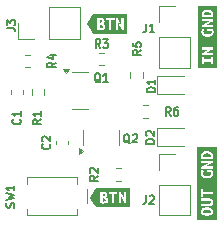
<source format=gbr>
%TF.GenerationSoftware,KiCad,Pcbnew,8.0.1*%
%TF.CreationDate,2024-05-12T21:11:42+05:30*%
%TF.ProjectId,PBSEQ-D2,50425345-512d-4443-922e-6b696361645f,0.1*%
%TF.SameCoordinates,Original*%
%TF.FileFunction,Legend,Top*%
%TF.FilePolarity,Positive*%
%FSLAX46Y46*%
G04 Gerber Fmt 4.6, Leading zero omitted, Abs format (unit mm)*
G04 Created by KiCad (PCBNEW 8.0.1) date 2024-05-12 21:11:42*
%MOMM*%
%LPD*%
G01*
G04 APERTURE LIST*
%ADD10C,0.150000*%
%ADD11C,0.000000*%
%ADD12C,0.120000*%
G04 APERTURE END LIST*
D10*
X138678333Y-95451033D02*
X138445000Y-95117700D01*
X138278333Y-95451033D02*
X138278333Y-94751033D01*
X138278333Y-94751033D02*
X138545000Y-94751033D01*
X138545000Y-94751033D02*
X138611667Y-94784366D01*
X138611667Y-94784366D02*
X138645000Y-94817700D01*
X138645000Y-94817700D02*
X138678333Y-94884366D01*
X138678333Y-94884366D02*
X138678333Y-94984366D01*
X138678333Y-94984366D02*
X138645000Y-95051033D01*
X138645000Y-95051033D02*
X138611667Y-95084366D01*
X138611667Y-95084366D02*
X138545000Y-95117700D01*
X138545000Y-95117700D02*
X138278333Y-95117700D01*
X138911667Y-94751033D02*
X139345000Y-94751033D01*
X139345000Y-94751033D02*
X139111667Y-95017700D01*
X139111667Y-95017700D02*
X139211667Y-95017700D01*
X139211667Y-95017700D02*
X139278333Y-95051033D01*
X139278333Y-95051033D02*
X139311667Y-95084366D01*
X139311667Y-95084366D02*
X139345000Y-95151033D01*
X139345000Y-95151033D02*
X139345000Y-95317700D01*
X139345000Y-95317700D02*
X139311667Y-95384366D01*
X139311667Y-95384366D02*
X139278333Y-95417700D01*
X139278333Y-95417700D02*
X139211667Y-95451033D01*
X139211667Y-95451033D02*
X139011667Y-95451033D01*
X139011667Y-95451033D02*
X138945000Y-95417700D01*
X138945000Y-95417700D02*
X138911667Y-95384366D01*
X142126033Y-95646666D02*
X141792700Y-95879999D01*
X142126033Y-96046666D02*
X141426033Y-96046666D01*
X141426033Y-96046666D02*
X141426033Y-95779999D01*
X141426033Y-95779999D02*
X141459366Y-95713333D01*
X141459366Y-95713333D02*
X141492700Y-95679999D01*
X141492700Y-95679999D02*
X141559366Y-95646666D01*
X141559366Y-95646666D02*
X141659366Y-95646666D01*
X141659366Y-95646666D02*
X141726033Y-95679999D01*
X141726033Y-95679999D02*
X141759366Y-95713333D01*
X141759366Y-95713333D02*
X141792700Y-95779999D01*
X141792700Y-95779999D02*
X141792700Y-96046666D01*
X141426033Y-95013333D02*
X141426033Y-95346666D01*
X141426033Y-95346666D02*
X141759366Y-95379999D01*
X141759366Y-95379999D02*
X141726033Y-95346666D01*
X141726033Y-95346666D02*
X141692700Y-95279999D01*
X141692700Y-95279999D02*
X141692700Y-95113333D01*
X141692700Y-95113333D02*
X141726033Y-95046666D01*
X141726033Y-95046666D02*
X141759366Y-95013333D01*
X141759366Y-95013333D02*
X141826033Y-94979999D01*
X141826033Y-94979999D02*
X141992700Y-94979999D01*
X141992700Y-94979999D02*
X142059366Y-95013333D01*
X142059366Y-95013333D02*
X142092700Y-95046666D01*
X142092700Y-95046666D02*
X142126033Y-95113333D01*
X142126033Y-95113333D02*
X142126033Y-95279999D01*
X142126033Y-95279999D02*
X142092700Y-95346666D01*
X142092700Y-95346666D02*
X142059366Y-95379999D01*
X130778533Y-93803333D02*
X131278533Y-93803333D01*
X131278533Y-93803333D02*
X131378533Y-93836666D01*
X131378533Y-93836666D02*
X131445200Y-93903333D01*
X131445200Y-93903333D02*
X131478533Y-94003333D01*
X131478533Y-94003333D02*
X131478533Y-94070000D01*
X130778533Y-93536667D02*
X130778533Y-93103333D01*
X130778533Y-93103333D02*
X131045200Y-93336667D01*
X131045200Y-93336667D02*
X131045200Y-93236667D01*
X131045200Y-93236667D02*
X131078533Y-93170000D01*
X131078533Y-93170000D02*
X131111866Y-93136667D01*
X131111866Y-93136667D02*
X131178533Y-93103333D01*
X131178533Y-93103333D02*
X131345200Y-93103333D01*
X131345200Y-93103333D02*
X131411866Y-93136667D01*
X131411866Y-93136667D02*
X131445200Y-93170000D01*
X131445200Y-93170000D02*
X131478533Y-93236667D01*
X131478533Y-93236667D02*
X131478533Y-93436667D01*
X131478533Y-93436667D02*
X131445200Y-93503333D01*
X131445200Y-93503333D02*
X131411866Y-93536667D01*
X142546666Y-93456033D02*
X142546666Y-93956033D01*
X142546666Y-93956033D02*
X142513333Y-94056033D01*
X142513333Y-94056033D02*
X142446666Y-94122700D01*
X142446666Y-94122700D02*
X142346666Y-94156033D01*
X142346666Y-94156033D02*
X142280000Y-94156033D01*
X143246666Y-94156033D02*
X142846666Y-94156033D01*
X143046666Y-94156033D02*
X143046666Y-93456033D01*
X143046666Y-93456033D02*
X142979999Y-93556033D01*
X142979999Y-93556033D02*
X142913333Y-93622700D01*
X142913333Y-93622700D02*
X142846666Y-93656033D01*
X138688333Y-98388700D02*
X138621666Y-98355366D01*
X138621666Y-98355366D02*
X138555000Y-98288700D01*
X138555000Y-98288700D02*
X138455000Y-98188700D01*
X138455000Y-98188700D02*
X138388333Y-98155366D01*
X138388333Y-98155366D02*
X138321666Y-98155366D01*
X138355000Y-98322033D02*
X138288333Y-98288700D01*
X138288333Y-98288700D02*
X138221666Y-98222033D01*
X138221666Y-98222033D02*
X138188333Y-98088700D01*
X138188333Y-98088700D02*
X138188333Y-97855366D01*
X138188333Y-97855366D02*
X138221666Y-97722033D01*
X138221666Y-97722033D02*
X138288333Y-97655366D01*
X138288333Y-97655366D02*
X138355000Y-97622033D01*
X138355000Y-97622033D02*
X138488333Y-97622033D01*
X138488333Y-97622033D02*
X138555000Y-97655366D01*
X138555000Y-97655366D02*
X138621666Y-97722033D01*
X138621666Y-97722033D02*
X138655000Y-97855366D01*
X138655000Y-97855366D02*
X138655000Y-98088700D01*
X138655000Y-98088700D02*
X138621666Y-98222033D01*
X138621666Y-98222033D02*
X138555000Y-98288700D01*
X138555000Y-98288700D02*
X138488333Y-98322033D01*
X138488333Y-98322033D02*
X138355000Y-98322033D01*
X139321666Y-98322033D02*
X138921666Y-98322033D01*
X139121666Y-98322033D02*
X139121666Y-97622033D01*
X139121666Y-97622033D02*
X139054999Y-97722033D01*
X139054999Y-97722033D02*
X138988333Y-97788700D01*
X138988333Y-97788700D02*
X138921666Y-97822033D01*
X143306033Y-99216666D02*
X142606033Y-99216666D01*
X142606033Y-99216666D02*
X142606033Y-99049999D01*
X142606033Y-99049999D02*
X142639366Y-98949999D01*
X142639366Y-98949999D02*
X142706033Y-98883333D01*
X142706033Y-98883333D02*
X142772700Y-98849999D01*
X142772700Y-98849999D02*
X142906033Y-98816666D01*
X142906033Y-98816666D02*
X143006033Y-98816666D01*
X143006033Y-98816666D02*
X143139366Y-98849999D01*
X143139366Y-98849999D02*
X143206033Y-98883333D01*
X143206033Y-98883333D02*
X143272700Y-98949999D01*
X143272700Y-98949999D02*
X143306033Y-99049999D01*
X143306033Y-99049999D02*
X143306033Y-99216666D01*
X143306033Y-98149999D02*
X143306033Y-98549999D01*
X143306033Y-98349999D02*
X142606033Y-98349999D01*
X142606033Y-98349999D02*
X142706033Y-98416666D01*
X142706033Y-98416666D02*
X142772700Y-98483333D01*
X142772700Y-98483333D02*
X142806033Y-98549999D01*
X138471033Y-106311666D02*
X138137700Y-106544999D01*
X138471033Y-106711666D02*
X137771033Y-106711666D01*
X137771033Y-106711666D02*
X137771033Y-106444999D01*
X137771033Y-106444999D02*
X137804366Y-106378333D01*
X137804366Y-106378333D02*
X137837700Y-106344999D01*
X137837700Y-106344999D02*
X137904366Y-106311666D01*
X137904366Y-106311666D02*
X138004366Y-106311666D01*
X138004366Y-106311666D02*
X138071033Y-106344999D01*
X138071033Y-106344999D02*
X138104366Y-106378333D01*
X138104366Y-106378333D02*
X138137700Y-106444999D01*
X138137700Y-106444999D02*
X138137700Y-106711666D01*
X137837700Y-106044999D02*
X137804366Y-106011666D01*
X137804366Y-106011666D02*
X137771033Y-105944999D01*
X137771033Y-105944999D02*
X137771033Y-105778333D01*
X137771033Y-105778333D02*
X137804366Y-105711666D01*
X137804366Y-105711666D02*
X137837700Y-105678333D01*
X137837700Y-105678333D02*
X137904366Y-105644999D01*
X137904366Y-105644999D02*
X137971033Y-105644999D01*
X137971033Y-105644999D02*
X138071033Y-105678333D01*
X138071033Y-105678333D02*
X138471033Y-106078333D01*
X138471033Y-106078333D02*
X138471033Y-105644999D01*
X144623333Y-101196033D02*
X144390000Y-100862700D01*
X144223333Y-101196033D02*
X144223333Y-100496033D01*
X144223333Y-100496033D02*
X144490000Y-100496033D01*
X144490000Y-100496033D02*
X144556667Y-100529366D01*
X144556667Y-100529366D02*
X144590000Y-100562700D01*
X144590000Y-100562700D02*
X144623333Y-100629366D01*
X144623333Y-100629366D02*
X144623333Y-100729366D01*
X144623333Y-100729366D02*
X144590000Y-100796033D01*
X144590000Y-100796033D02*
X144556667Y-100829366D01*
X144556667Y-100829366D02*
X144490000Y-100862700D01*
X144490000Y-100862700D02*
X144223333Y-100862700D01*
X145223333Y-100496033D02*
X145090000Y-100496033D01*
X145090000Y-100496033D02*
X145023333Y-100529366D01*
X145023333Y-100529366D02*
X144990000Y-100562700D01*
X144990000Y-100562700D02*
X144923333Y-100662700D01*
X144923333Y-100662700D02*
X144890000Y-100796033D01*
X144890000Y-100796033D02*
X144890000Y-101062700D01*
X144890000Y-101062700D02*
X144923333Y-101129366D01*
X144923333Y-101129366D02*
X144956667Y-101162700D01*
X144956667Y-101162700D02*
X145023333Y-101196033D01*
X145023333Y-101196033D02*
X145156667Y-101196033D01*
X145156667Y-101196033D02*
X145223333Y-101162700D01*
X145223333Y-101162700D02*
X145256667Y-101129366D01*
X145256667Y-101129366D02*
X145290000Y-101062700D01*
X145290000Y-101062700D02*
X145290000Y-100896033D01*
X145290000Y-100896033D02*
X145256667Y-100829366D01*
X145256667Y-100829366D02*
X145223333Y-100796033D01*
X145223333Y-100796033D02*
X145156667Y-100762700D01*
X145156667Y-100762700D02*
X145023333Y-100762700D01*
X145023333Y-100762700D02*
X144956667Y-100796033D01*
X144956667Y-100796033D02*
X144923333Y-100829366D01*
X144923333Y-100829366D02*
X144890000Y-100896033D01*
X142546666Y-107956033D02*
X142546666Y-108456033D01*
X142546666Y-108456033D02*
X142513333Y-108556033D01*
X142513333Y-108556033D02*
X142446666Y-108622700D01*
X142446666Y-108622700D02*
X142346666Y-108656033D01*
X142346666Y-108656033D02*
X142280000Y-108656033D01*
X142846666Y-108022700D02*
X142879999Y-107989366D01*
X142879999Y-107989366D02*
X142946666Y-107956033D01*
X142946666Y-107956033D02*
X143113333Y-107956033D01*
X143113333Y-107956033D02*
X143179999Y-107989366D01*
X143179999Y-107989366D02*
X143213333Y-108022700D01*
X143213333Y-108022700D02*
X143246666Y-108089366D01*
X143246666Y-108089366D02*
X143246666Y-108156033D01*
X143246666Y-108156033D02*
X143213333Y-108256033D01*
X143213333Y-108256033D02*
X142813333Y-108656033D01*
X142813333Y-108656033D02*
X143246666Y-108656033D01*
X143246033Y-103566666D02*
X142546033Y-103566666D01*
X142546033Y-103566666D02*
X142546033Y-103399999D01*
X142546033Y-103399999D02*
X142579366Y-103299999D01*
X142579366Y-103299999D02*
X142646033Y-103233333D01*
X142646033Y-103233333D02*
X142712700Y-103199999D01*
X142712700Y-103199999D02*
X142846033Y-103166666D01*
X142846033Y-103166666D02*
X142946033Y-103166666D01*
X142946033Y-103166666D02*
X143079366Y-103199999D01*
X143079366Y-103199999D02*
X143146033Y-103233333D01*
X143146033Y-103233333D02*
X143212700Y-103299999D01*
X143212700Y-103299999D02*
X143246033Y-103399999D01*
X143246033Y-103399999D02*
X143246033Y-103566666D01*
X142612700Y-102899999D02*
X142579366Y-102866666D01*
X142579366Y-102866666D02*
X142546033Y-102799999D01*
X142546033Y-102799999D02*
X142546033Y-102633333D01*
X142546033Y-102633333D02*
X142579366Y-102566666D01*
X142579366Y-102566666D02*
X142612700Y-102533333D01*
X142612700Y-102533333D02*
X142679366Y-102499999D01*
X142679366Y-102499999D02*
X142746033Y-102499999D01*
X142746033Y-102499999D02*
X142846033Y-102533333D01*
X142846033Y-102533333D02*
X143246033Y-102933333D01*
X143246033Y-102933333D02*
X143246033Y-102499999D01*
X134891033Y-96711666D02*
X134557700Y-96944999D01*
X134891033Y-97111666D02*
X134191033Y-97111666D01*
X134191033Y-97111666D02*
X134191033Y-96844999D01*
X134191033Y-96844999D02*
X134224366Y-96778333D01*
X134224366Y-96778333D02*
X134257700Y-96744999D01*
X134257700Y-96744999D02*
X134324366Y-96711666D01*
X134324366Y-96711666D02*
X134424366Y-96711666D01*
X134424366Y-96711666D02*
X134491033Y-96744999D01*
X134491033Y-96744999D02*
X134524366Y-96778333D01*
X134524366Y-96778333D02*
X134557700Y-96844999D01*
X134557700Y-96844999D02*
X134557700Y-97111666D01*
X134424366Y-96111666D02*
X134891033Y-96111666D01*
X134157700Y-96278333D02*
X134657700Y-96444999D01*
X134657700Y-96444999D02*
X134657700Y-96011666D01*
X131874366Y-101521666D02*
X131907700Y-101554999D01*
X131907700Y-101554999D02*
X131941033Y-101654999D01*
X131941033Y-101654999D02*
X131941033Y-101721666D01*
X131941033Y-101721666D02*
X131907700Y-101821666D01*
X131907700Y-101821666D02*
X131841033Y-101888333D01*
X131841033Y-101888333D02*
X131774366Y-101921666D01*
X131774366Y-101921666D02*
X131641033Y-101954999D01*
X131641033Y-101954999D02*
X131541033Y-101954999D01*
X131541033Y-101954999D02*
X131407700Y-101921666D01*
X131407700Y-101921666D02*
X131341033Y-101888333D01*
X131341033Y-101888333D02*
X131274366Y-101821666D01*
X131274366Y-101821666D02*
X131241033Y-101721666D01*
X131241033Y-101721666D02*
X131241033Y-101654999D01*
X131241033Y-101654999D02*
X131274366Y-101554999D01*
X131274366Y-101554999D02*
X131307700Y-101521666D01*
X131941033Y-100854999D02*
X131941033Y-101254999D01*
X131941033Y-101054999D02*
X131241033Y-101054999D01*
X131241033Y-101054999D02*
X131341033Y-101121666D01*
X131341033Y-101121666D02*
X131407700Y-101188333D01*
X131407700Y-101188333D02*
X131441033Y-101254999D01*
X131377700Y-108998333D02*
X131411033Y-108898333D01*
X131411033Y-108898333D02*
X131411033Y-108731667D01*
X131411033Y-108731667D02*
X131377700Y-108665000D01*
X131377700Y-108665000D02*
X131344366Y-108631667D01*
X131344366Y-108631667D02*
X131277700Y-108598333D01*
X131277700Y-108598333D02*
X131211033Y-108598333D01*
X131211033Y-108598333D02*
X131144366Y-108631667D01*
X131144366Y-108631667D02*
X131111033Y-108665000D01*
X131111033Y-108665000D02*
X131077700Y-108731667D01*
X131077700Y-108731667D02*
X131044366Y-108865000D01*
X131044366Y-108865000D02*
X131011033Y-108931667D01*
X131011033Y-108931667D02*
X130977700Y-108965000D01*
X130977700Y-108965000D02*
X130911033Y-108998333D01*
X130911033Y-108998333D02*
X130844366Y-108998333D01*
X130844366Y-108998333D02*
X130777700Y-108965000D01*
X130777700Y-108965000D02*
X130744366Y-108931667D01*
X130744366Y-108931667D02*
X130711033Y-108865000D01*
X130711033Y-108865000D02*
X130711033Y-108698333D01*
X130711033Y-108698333D02*
X130744366Y-108598333D01*
X130711033Y-108365000D02*
X131411033Y-108198333D01*
X131411033Y-108198333D02*
X130911033Y-108065000D01*
X130911033Y-108065000D02*
X131411033Y-107931666D01*
X131411033Y-107931666D02*
X130711033Y-107765000D01*
X131411033Y-107131666D02*
X131411033Y-107531666D01*
X131411033Y-107331666D02*
X130711033Y-107331666D01*
X130711033Y-107331666D02*
X130811033Y-107398333D01*
X130811033Y-107398333D02*
X130877700Y-107465000D01*
X130877700Y-107465000D02*
X130911033Y-107531666D01*
X133661033Y-101511666D02*
X133327700Y-101744999D01*
X133661033Y-101911666D02*
X132961033Y-101911666D01*
X132961033Y-101911666D02*
X132961033Y-101644999D01*
X132961033Y-101644999D02*
X132994366Y-101578333D01*
X132994366Y-101578333D02*
X133027700Y-101544999D01*
X133027700Y-101544999D02*
X133094366Y-101511666D01*
X133094366Y-101511666D02*
X133194366Y-101511666D01*
X133194366Y-101511666D02*
X133261033Y-101544999D01*
X133261033Y-101544999D02*
X133294366Y-101578333D01*
X133294366Y-101578333D02*
X133327700Y-101644999D01*
X133327700Y-101644999D02*
X133327700Y-101911666D01*
X133661033Y-100844999D02*
X133661033Y-101244999D01*
X133661033Y-101044999D02*
X132961033Y-101044999D01*
X132961033Y-101044999D02*
X133061033Y-101111666D01*
X133061033Y-101111666D02*
X133127700Y-101178333D01*
X133127700Y-101178333D02*
X133161033Y-101244999D01*
X134384366Y-103611666D02*
X134417700Y-103644999D01*
X134417700Y-103644999D02*
X134451033Y-103744999D01*
X134451033Y-103744999D02*
X134451033Y-103811666D01*
X134451033Y-103811666D02*
X134417700Y-103911666D01*
X134417700Y-103911666D02*
X134351033Y-103978333D01*
X134351033Y-103978333D02*
X134284366Y-104011666D01*
X134284366Y-104011666D02*
X134151033Y-104044999D01*
X134151033Y-104044999D02*
X134051033Y-104044999D01*
X134051033Y-104044999D02*
X133917700Y-104011666D01*
X133917700Y-104011666D02*
X133851033Y-103978333D01*
X133851033Y-103978333D02*
X133784366Y-103911666D01*
X133784366Y-103911666D02*
X133751033Y-103811666D01*
X133751033Y-103811666D02*
X133751033Y-103744999D01*
X133751033Y-103744999D02*
X133784366Y-103644999D01*
X133784366Y-103644999D02*
X133817700Y-103611666D01*
X133817700Y-103344999D02*
X133784366Y-103311666D01*
X133784366Y-103311666D02*
X133751033Y-103244999D01*
X133751033Y-103244999D02*
X133751033Y-103078333D01*
X133751033Y-103078333D02*
X133784366Y-103011666D01*
X133784366Y-103011666D02*
X133817700Y-102978333D01*
X133817700Y-102978333D02*
X133884366Y-102944999D01*
X133884366Y-102944999D02*
X133951033Y-102944999D01*
X133951033Y-102944999D02*
X134051033Y-102978333D01*
X134051033Y-102978333D02*
X134451033Y-103378333D01*
X134451033Y-103378333D02*
X134451033Y-102944999D01*
X141178333Y-103545700D02*
X141111666Y-103512366D01*
X141111666Y-103512366D02*
X141045000Y-103445700D01*
X141045000Y-103445700D02*
X140945000Y-103345700D01*
X140945000Y-103345700D02*
X140878333Y-103312366D01*
X140878333Y-103312366D02*
X140811666Y-103312366D01*
X140845000Y-103479033D02*
X140778333Y-103445700D01*
X140778333Y-103445700D02*
X140711666Y-103379033D01*
X140711666Y-103379033D02*
X140678333Y-103245700D01*
X140678333Y-103245700D02*
X140678333Y-103012366D01*
X140678333Y-103012366D02*
X140711666Y-102879033D01*
X140711666Y-102879033D02*
X140778333Y-102812366D01*
X140778333Y-102812366D02*
X140845000Y-102779033D01*
X140845000Y-102779033D02*
X140978333Y-102779033D01*
X140978333Y-102779033D02*
X141045000Y-102812366D01*
X141045000Y-102812366D02*
X141111666Y-102879033D01*
X141111666Y-102879033D02*
X141145000Y-103012366D01*
X141145000Y-103012366D02*
X141145000Y-103245700D01*
X141145000Y-103245700D02*
X141111666Y-103379033D01*
X141111666Y-103379033D02*
X141045000Y-103445700D01*
X141045000Y-103445700D02*
X140978333Y-103479033D01*
X140978333Y-103479033D02*
X140845000Y-103479033D01*
X141411666Y-102845700D02*
X141444999Y-102812366D01*
X141444999Y-102812366D02*
X141511666Y-102779033D01*
X141511666Y-102779033D02*
X141678333Y-102779033D01*
X141678333Y-102779033D02*
X141744999Y-102812366D01*
X141744999Y-102812366D02*
X141778333Y-102845700D01*
X141778333Y-102845700D02*
X141811666Y-102912366D01*
X141811666Y-102912366D02*
X141811666Y-102979033D01*
X141811666Y-102979033D02*
X141778333Y-103079033D01*
X141778333Y-103079033D02*
X141378333Y-103479033D01*
X141378333Y-103479033D02*
X141811666Y-103479033D01*
D11*
%TO.C,kibuzzard-663FBC0C*%
G36*
X139093220Y-108236281D02*
G01*
X139138464Y-108338675D01*
X139122589Y-108409319D01*
X139082108Y-108452181D01*
X139025751Y-108472819D01*
X138960664Y-108478375D01*
X138912245Y-108476788D01*
X138867001Y-108472025D01*
X138867001Y-108205325D01*
X138971776Y-108205325D01*
X139093220Y-108236281D01*
G37*
G36*
X139008289Y-107815594D02*
G01*
X139052739Y-107831469D01*
X139082901Y-107864806D01*
X139094014Y-107921162D01*
X139055914Y-108010856D01*
X138943201Y-108043400D01*
X138867001Y-108043400D01*
X138867001Y-107817975D01*
X138909864Y-107813212D01*
X138955901Y-107811625D01*
X139008289Y-107815594D01*
G37*
G36*
X141224968Y-108978967D02*
G01*
X140894239Y-108978967D01*
X140737076Y-108978967D01*
X139875064Y-108978967D01*
X138944789Y-108978967D01*
X138671739Y-108978967D01*
X138341010Y-108978967D01*
X138101474Y-108619663D01*
X138671739Y-108619663D01*
X138740398Y-108632164D01*
X138809851Y-108641094D01*
X138878511Y-108646452D01*
X138944789Y-108648238D01*
X139023172Y-108644467D01*
X139096395Y-108633156D01*
X139162276Y-108612916D01*
X139218633Y-108582356D01*
X139300389Y-108487106D01*
X139323011Y-108420233D01*
X139330551Y-108338675D01*
X139321622Y-108272000D01*
X139294833Y-108208500D01*
X139243040Y-108152938D01*
X139159101Y-108110075D01*
X139250383Y-108024350D01*
X139275981Y-107966406D01*
X139284514Y-107900525D01*
X139270226Y-107808450D01*
X139216251Y-107725106D01*
X139106714Y-107664781D01*
X139051426Y-107652875D01*
X139419451Y-107652875D01*
X139419451Y-107814800D01*
X139678214Y-107814800D01*
X139678214Y-108635538D01*
X139875064Y-108635538D01*
X139875064Y-107814800D01*
X140133826Y-107814800D01*
X140133826Y-107652875D01*
X140246539Y-107652875D01*
X140246539Y-108635538D01*
X140422751Y-108635538D01*
X140422751Y-107983075D01*
X140481753Y-108091995D01*
X140538110Y-108200739D01*
X140591820Y-108309306D01*
X140642885Y-108417874D01*
X140691303Y-108526617D01*
X140737076Y-108635538D01*
X140894239Y-108635538D01*
X140894239Y-107652875D01*
X140718026Y-107652875D01*
X140718026Y-108257713D01*
X140690047Y-108195800D01*
X140656908Y-108124362D01*
X140619601Y-108046972D01*
X140579120Y-107967200D01*
X140536456Y-107886039D01*
X140492601Y-107804481D01*
X140448151Y-107725702D01*
X140403701Y-107652875D01*
X140246539Y-107652875D01*
X140133826Y-107652875D01*
X139419451Y-107652875D01*
X139051426Y-107652875D01*
X139026545Y-107647517D01*
X138925739Y-107641762D01*
X138793976Y-107648906D01*
X138671739Y-107665575D01*
X138671739Y-108619663D01*
X138101474Y-108619663D01*
X137785032Y-108145000D01*
X138341010Y-107311033D01*
X138671739Y-107311033D01*
X140894239Y-107311033D01*
X141224968Y-107311033D01*
X141224968Y-108978967D01*
G37*
D12*
%TO.C,R3*%
X139032258Y-95882500D02*
X138557742Y-95882500D01*
X139032258Y-96927500D02*
X138557742Y-96927500D01*
%TO.C,R5*%
X141217500Y-98017258D02*
X141217500Y-97542742D01*
X142262500Y-98017258D02*
X142262500Y-97542742D01*
%TO.C,J3*%
X131747500Y-94700000D02*
X131747500Y-93370000D01*
X133077500Y-94700000D02*
X131747500Y-94700000D01*
X134347500Y-92040000D02*
X136947500Y-92040000D01*
X134347500Y-94700000D02*
X134347500Y-92040000D01*
X134347500Y-94700000D02*
X136947500Y-94700000D01*
X136947500Y-94700000D02*
X136947500Y-92040000D01*
%TO.C,J1*%
X143650000Y-91940000D02*
X144980000Y-91940000D01*
X143650000Y-93270000D02*
X143650000Y-91940000D01*
X143650000Y-94540000D02*
X143650000Y-97140000D01*
X143650000Y-94540000D02*
X146310000Y-94540000D01*
X143650000Y-97140000D02*
X146310000Y-97140000D01*
X146310000Y-94540000D02*
X146310000Y-97140000D01*
%TO.C,Q1*%
X136955000Y-97546000D02*
X136305000Y-97546000D01*
X136955000Y-97546000D02*
X137605000Y-97546000D01*
X136955000Y-100666000D02*
X136305000Y-100666000D01*
X136955000Y-100666000D02*
X137605000Y-100666000D01*
X135792500Y-97596000D02*
X135552500Y-97260000D01*
X136032500Y-97260000D01*
X135792500Y-97596000D01*
G36*
X135792500Y-97596000D02*
G01*
X135552500Y-97260000D01*
X136032500Y-97260000D01*
X135792500Y-97596000D01*
G37*
%TO.C,D1*%
X143515000Y-97875000D02*
X143515000Y-99345000D01*
X143515000Y-99345000D02*
X145800000Y-99345000D01*
X145800000Y-97875000D02*
X143515000Y-97875000D01*
%TO.C,R2*%
X139967742Y-105662500D02*
X140442258Y-105662500D01*
X139967742Y-106707500D02*
X140442258Y-106707500D01*
%TO.C,R6*%
X142727258Y-100327500D02*
X142252742Y-100327500D01*
X142727258Y-101372500D02*
X142252742Y-101372500D01*
%TO.C,J2*%
X143650000Y-104440000D02*
X144980000Y-104440000D01*
X143650000Y-105770000D02*
X143650000Y-104440000D01*
X143650000Y-107040000D02*
X143650000Y-109640000D01*
X143650000Y-107040000D02*
X146310000Y-107040000D01*
X143650000Y-109640000D02*
X146310000Y-109640000D01*
X146310000Y-107040000D02*
X146310000Y-109640000D01*
%TO.C,D2*%
X143515000Y-102265000D02*
X143515000Y-103735000D01*
X143515000Y-103735000D02*
X145800000Y-103735000D01*
X145800000Y-102265000D02*
X143515000Y-102265000D01*
%TO.C,R4*%
X132267742Y-96082500D02*
X132742258Y-96082500D01*
X132267742Y-97127500D02*
X132742258Y-97127500D01*
%TO.C,C1*%
X131145000Y-99345580D02*
X131145000Y-99064420D01*
X132165000Y-99345580D02*
X132165000Y-99064420D01*
D11*
%TO.C,kibuzzard-663FBC0C*%
G36*
X138843220Y-93536281D02*
G01*
X138888464Y-93638675D01*
X138872589Y-93709319D01*
X138832108Y-93752181D01*
X138775751Y-93772819D01*
X138710664Y-93778375D01*
X138662245Y-93776788D01*
X138617001Y-93772025D01*
X138617001Y-93505325D01*
X138721776Y-93505325D01*
X138843220Y-93536281D01*
G37*
G36*
X138758289Y-93115594D02*
G01*
X138802739Y-93131469D01*
X138832901Y-93164806D01*
X138844014Y-93221162D01*
X138805914Y-93310856D01*
X138693201Y-93343400D01*
X138617001Y-93343400D01*
X138617001Y-93117975D01*
X138659864Y-93113212D01*
X138705901Y-93111625D01*
X138758289Y-93115594D01*
G37*
G36*
X140974968Y-94278967D02*
G01*
X140644239Y-94278967D01*
X140487076Y-94278967D01*
X139625064Y-94278967D01*
X138694789Y-94278967D01*
X138421739Y-94278967D01*
X138091010Y-94278967D01*
X137851474Y-93919663D01*
X138421739Y-93919663D01*
X138490398Y-93932164D01*
X138559851Y-93941094D01*
X138628511Y-93946452D01*
X138694789Y-93948238D01*
X138773172Y-93944467D01*
X138846395Y-93933156D01*
X138912276Y-93912916D01*
X138968633Y-93882356D01*
X139050389Y-93787106D01*
X139073011Y-93720233D01*
X139080551Y-93638675D01*
X139071622Y-93572000D01*
X139044833Y-93508500D01*
X138993040Y-93452938D01*
X138909101Y-93410075D01*
X139000383Y-93324350D01*
X139025981Y-93266406D01*
X139034514Y-93200525D01*
X139020226Y-93108450D01*
X138966251Y-93025106D01*
X138856714Y-92964781D01*
X138801426Y-92952875D01*
X139169451Y-92952875D01*
X139169451Y-93114800D01*
X139428214Y-93114800D01*
X139428214Y-93935538D01*
X139625064Y-93935538D01*
X139625064Y-93114800D01*
X139883826Y-93114800D01*
X139883826Y-92952875D01*
X139996539Y-92952875D01*
X139996539Y-93935538D01*
X140172751Y-93935538D01*
X140172751Y-93283075D01*
X140231753Y-93391995D01*
X140288110Y-93500739D01*
X140341820Y-93609306D01*
X140392885Y-93717874D01*
X140441303Y-93826617D01*
X140487076Y-93935538D01*
X140644239Y-93935538D01*
X140644239Y-92952875D01*
X140468026Y-92952875D01*
X140468026Y-93557713D01*
X140440047Y-93495800D01*
X140406908Y-93424362D01*
X140369601Y-93346972D01*
X140329120Y-93267200D01*
X140286456Y-93186039D01*
X140242601Y-93104481D01*
X140198151Y-93025702D01*
X140153701Y-92952875D01*
X139996539Y-92952875D01*
X139883826Y-92952875D01*
X139169451Y-92952875D01*
X138801426Y-92952875D01*
X138776545Y-92947517D01*
X138675739Y-92941762D01*
X138543976Y-92948906D01*
X138421739Y-92965575D01*
X138421739Y-93919663D01*
X137851474Y-93919663D01*
X137535032Y-93445000D01*
X138091010Y-92611033D01*
X138421739Y-92611033D01*
X140644239Y-92611033D01*
X140974968Y-92611033D01*
X140974968Y-94278967D01*
G37*
D12*
%TO.C,SW1*%
X132485000Y-106435000D02*
X132485000Y-106985000D01*
X132485000Y-109635000D02*
X132485000Y-109085000D01*
X136685000Y-106435000D02*
X132485000Y-106435000D01*
X136685000Y-106985000D02*
X136685000Y-106435000D01*
X136685000Y-109085000D02*
X136685000Y-109635000D01*
X136685000Y-109635000D02*
X132485000Y-109635000D01*
X137535000Y-108635000D02*
X137535000Y-107435000D01*
D11*
%TO.C,kibuzzard-663FBCF2*%
G36*
X147775048Y-104411152D02*
G01*
X147839144Y-104420081D01*
X147944712Y-104459769D01*
X148014562Y-104532794D01*
X148039962Y-104644713D01*
X148039962Y-104662175D01*
X148038375Y-104679637D01*
X147377975Y-104679637D01*
X147374006Y-104651062D01*
X147373212Y-104622488D01*
X147400994Y-104516125D01*
X147474812Y-104451038D01*
X147581175Y-104417700D01*
X147705000Y-104408175D01*
X147775048Y-104411152D01*
G37*
G36*
X147774056Y-109172064D02*
G01*
X147838350Y-109176231D01*
X147947094Y-109198456D01*
X148020912Y-109246081D01*
X148047900Y-109326250D01*
X148020912Y-109407213D01*
X147947887Y-109454044D01*
X147839144Y-109476269D01*
X147774255Y-109480436D01*
X147705000Y-109481825D01*
X147635944Y-109480436D01*
X147571650Y-109476269D01*
X147462906Y-109454044D01*
X147389087Y-109407213D01*
X147362100Y-109326250D01*
X147389087Y-109245287D01*
X147462112Y-109198456D01*
X147570856Y-109176231D01*
X147635745Y-109172064D01*
X147705000Y-109170675D01*
X147774056Y-109172064D01*
G37*
G36*
X148548492Y-105190813D02*
G01*
X148548492Y-106103625D01*
X148548492Y-107640325D01*
X148548492Y-108535675D01*
X148548492Y-109324663D01*
X148548492Y-109680263D01*
X148548492Y-110010992D01*
X146861508Y-110010992D01*
X146861508Y-109680263D01*
X146861508Y-109326250D01*
X147192237Y-109326250D01*
X147206613Y-109429261D01*
X147249740Y-109516044D01*
X147321619Y-109586600D01*
X147394098Y-109627577D01*
X147482155Y-109656847D01*
X147585789Y-109674409D01*
X147705000Y-109680262D01*
X147824211Y-109674557D01*
X147927845Y-109657442D01*
X148015902Y-109628917D01*
X148088381Y-109588981D01*
X148160260Y-109519043D01*
X148203387Y-109430937D01*
X148217762Y-109324663D01*
X148203387Y-109220946D01*
X148160260Y-109134163D01*
X148088381Y-109064313D01*
X148015902Y-109024030D01*
X147927845Y-108995256D01*
X147824211Y-108977992D01*
X147705000Y-108972238D01*
X147585789Y-108977893D01*
X147482155Y-108994859D01*
X147394098Y-109023137D01*
X147321619Y-109062725D01*
X147249740Y-109132222D01*
X147206613Y-109220064D01*
X147192237Y-109326250D01*
X146861508Y-109326250D01*
X146861508Y-108867463D01*
X147214462Y-108867463D01*
X147841525Y-108867463D01*
X147923281Y-108863494D01*
X147997100Y-108851587D01*
X148061791Y-108830156D01*
X148116162Y-108797613D01*
X148191569Y-108695219D01*
X148211214Y-108623186D01*
X148217762Y-108535675D01*
X148211214Y-108446775D01*
X148191569Y-108373750D01*
X148159620Y-108315013D01*
X148116162Y-108268975D01*
X148061791Y-108235241D01*
X147997100Y-108213413D01*
X147923281Y-108201506D01*
X147841525Y-108197538D01*
X147214462Y-108197538D01*
X147214462Y-108392800D01*
X147827237Y-108392800D01*
X147931219Y-108399150D01*
X147999481Y-108421375D01*
X148036787Y-108464238D01*
X148047900Y-108532500D01*
X148036787Y-108600763D01*
X148000275Y-108642831D01*
X147932806Y-108664263D01*
X147828825Y-108670613D01*
X147214462Y-108670613D01*
X147214462Y-108867463D01*
X146861508Y-108867463D01*
X146861508Y-108095938D01*
X147214462Y-108095938D01*
X147376387Y-108095938D01*
X147376387Y-107837175D01*
X148197125Y-107837175D01*
X148197125Y-107640325D01*
X147376387Y-107640325D01*
X147376387Y-107381563D01*
X147214462Y-107381563D01*
X147214462Y-108095938D01*
X146861508Y-108095938D01*
X146861508Y-106079813D01*
X147192237Y-106079813D01*
X147200373Y-106165934D01*
X147224781Y-106246500D01*
X147265461Y-106319128D01*
X147322412Y-106381437D01*
X147395239Y-106432634D01*
X147483544Y-106471925D01*
X147586930Y-106496928D01*
X147705000Y-106505262D01*
X147824261Y-106498119D01*
X147928044Y-106476688D01*
X148016150Y-106442159D01*
X148088381Y-106395725D01*
X148144737Y-106337980D01*
X148185219Y-106269519D01*
X148209627Y-106191136D01*
X148217762Y-106103625D01*
X148213794Y-106006589D01*
X148201887Y-105925031D01*
X148173312Y-105816287D01*
X147682775Y-105816287D01*
X147682775Y-106011550D01*
X148041550Y-106011550D01*
X148046312Y-106049650D01*
X148047900Y-106087750D01*
X148027064Y-106182603D01*
X147964556Y-106251262D01*
X147898675Y-106282131D01*
X147812156Y-106300651D01*
X147705000Y-106306825D01*
X147632173Y-106303452D01*
X147566094Y-106293331D01*
X147458144Y-106248881D01*
X147387500Y-106170300D01*
X147362100Y-106052825D01*
X147379562Y-105948050D01*
X147419250Y-105862325D01*
X147263675Y-105811525D01*
X147244625Y-105844069D01*
X147220812Y-105898837D01*
X147200969Y-105977419D01*
X147192237Y-106079813D01*
X146861508Y-106079813D01*
X146861508Y-105681350D01*
X147214462Y-105681350D01*
X148197125Y-105681350D01*
X148197125Y-105505137D01*
X147544662Y-105505137D01*
X147653583Y-105446135D01*
X147762326Y-105389779D01*
X147870894Y-105336069D01*
X147979461Y-105285004D01*
X148088205Y-105236585D01*
X148197125Y-105190813D01*
X148197125Y-105033650D01*
X147214462Y-105033650D01*
X147214462Y-105209862D01*
X147819300Y-105209862D01*
X147757387Y-105237842D01*
X147685950Y-105270981D01*
X147608559Y-105308287D01*
X147528787Y-105348769D01*
X147447627Y-105391433D01*
X147366069Y-105435288D01*
X147287289Y-105479737D01*
X147214462Y-105524188D01*
X147214462Y-105681350D01*
X146861508Y-105681350D01*
X146861508Y-104639950D01*
X147203350Y-104639950D01*
X147208112Y-104749487D01*
X147227162Y-104874900D01*
X148186012Y-104874900D01*
X148204269Y-104767744D01*
X148209825Y-104665350D01*
X148202880Y-104569505D01*
X148182044Y-104481994D01*
X148146127Y-104404405D01*
X148093937Y-104338325D01*
X148024683Y-104284548D01*
X147937569Y-104243869D01*
X147831405Y-104218270D01*
X147705000Y-104209737D01*
X147581373Y-104217477D01*
X147477194Y-104240694D01*
X147391072Y-104277802D01*
X147321619Y-104327213D01*
X147268636Y-104388927D01*
X147231925Y-104462944D01*
X147210494Y-104547280D01*
X147203350Y-104639950D01*
X146861508Y-104639950D01*
X146861508Y-104209737D01*
X146861508Y-103879008D01*
X148548492Y-103879008D01*
X148548492Y-104209737D01*
X148548492Y-104665350D01*
X148548492Y-105190813D01*
G37*
%TO.C,kibuzzard-663FBD0F*%
G36*
X147825048Y-92429458D02*
G01*
X147889144Y-92438387D01*
X147994712Y-92478075D01*
X148064562Y-92551100D01*
X148089962Y-92663019D01*
X148089962Y-92680481D01*
X148088375Y-92697944D01*
X147427975Y-92697944D01*
X147424006Y-92669369D01*
X147423212Y-92640794D01*
X147450994Y-92534431D01*
X147524812Y-92469344D01*
X147631175Y-92436006D01*
X147755000Y-92426481D01*
X147825048Y-92429458D01*
G37*
G36*
X148598492Y-93209119D02*
G01*
X148598492Y-94121931D01*
X148598492Y-95590369D01*
X148598492Y-96861956D01*
X148598492Y-97192685D01*
X146911508Y-97192685D01*
X146911508Y-96861956D01*
X147264462Y-96861956D01*
X147426387Y-96861956D01*
X147426387Y-96647644D01*
X148085200Y-96647644D01*
X148085200Y-96861956D01*
X148247125Y-96861956D01*
X148247125Y-96238069D01*
X148085200Y-96238069D01*
X148085200Y-96450794D01*
X147426387Y-96450794D01*
X147426387Y-96238069D01*
X147264462Y-96238069D01*
X147264462Y-96861956D01*
X146911508Y-96861956D01*
X146911508Y-96080906D01*
X147264462Y-96080906D01*
X148247125Y-96080906D01*
X148247125Y-95904694D01*
X147594662Y-95904694D01*
X147703583Y-95845692D01*
X147812326Y-95789335D01*
X147920894Y-95735625D01*
X148029461Y-95684560D01*
X148138205Y-95636142D01*
X148247125Y-95590369D01*
X148247125Y-95433206D01*
X147264462Y-95433206D01*
X147264462Y-95609419D01*
X147869300Y-95609419D01*
X147807387Y-95637398D01*
X147735950Y-95670537D01*
X147658559Y-95707844D01*
X147578787Y-95748325D01*
X147497627Y-95790989D01*
X147416069Y-95834844D01*
X147337289Y-95879294D01*
X147264462Y-95923744D01*
X147264462Y-96080906D01*
X146911508Y-96080906D01*
X146911508Y-94098119D01*
X147242237Y-94098119D01*
X147250373Y-94184241D01*
X147274781Y-94264806D01*
X147315461Y-94337434D01*
X147372412Y-94399744D01*
X147445239Y-94450941D01*
X147533544Y-94490231D01*
X147636930Y-94515234D01*
X147755000Y-94523569D01*
X147874261Y-94516425D01*
X147978044Y-94494994D01*
X148066150Y-94460466D01*
X148138381Y-94414031D01*
X148194737Y-94356286D01*
X148235219Y-94287825D01*
X148259627Y-94209442D01*
X148267762Y-94121931D01*
X148263794Y-94024895D01*
X148251887Y-93943337D01*
X148223312Y-93834594D01*
X147732775Y-93834594D01*
X147732775Y-94029856D01*
X148091550Y-94029856D01*
X148096312Y-94067956D01*
X148097900Y-94106056D01*
X148077064Y-94200909D01*
X148014556Y-94269569D01*
X147948675Y-94300437D01*
X147862156Y-94318958D01*
X147755000Y-94325131D01*
X147682173Y-94321758D01*
X147616094Y-94311638D01*
X147508144Y-94267187D01*
X147437500Y-94188606D01*
X147412100Y-94071131D01*
X147429562Y-93966356D01*
X147469250Y-93880631D01*
X147313675Y-93829831D01*
X147294625Y-93862375D01*
X147270812Y-93917144D01*
X147250969Y-93995725D01*
X147242237Y-94098119D01*
X146911508Y-94098119D01*
X146911508Y-93699656D01*
X147264462Y-93699656D01*
X148247125Y-93699656D01*
X148247125Y-93523444D01*
X147594662Y-93523444D01*
X147703583Y-93464442D01*
X147812326Y-93408085D01*
X147920894Y-93354375D01*
X148029461Y-93303310D01*
X148138205Y-93254892D01*
X148247125Y-93209119D01*
X148247125Y-93051956D01*
X147264462Y-93051956D01*
X147264462Y-93228169D01*
X147869300Y-93228169D01*
X147807387Y-93256148D01*
X147735950Y-93289287D01*
X147658559Y-93326594D01*
X147578787Y-93367075D01*
X147497627Y-93409739D01*
X147416069Y-93453594D01*
X147337289Y-93498044D01*
X147264462Y-93542494D01*
X147264462Y-93699656D01*
X146911508Y-93699656D01*
X146911508Y-92658256D01*
X147253350Y-92658256D01*
X147258112Y-92767794D01*
X147277162Y-92893206D01*
X148236012Y-92893206D01*
X148254269Y-92786050D01*
X148259825Y-92683656D01*
X148252880Y-92587811D01*
X148232044Y-92500300D01*
X148196127Y-92422711D01*
X148143937Y-92356631D01*
X148074683Y-92302855D01*
X147987569Y-92262175D01*
X147881405Y-92236577D01*
X147755000Y-92228044D01*
X147631373Y-92235783D01*
X147527194Y-92259000D01*
X147441072Y-92296108D01*
X147371619Y-92345519D01*
X147318636Y-92407233D01*
X147281925Y-92481250D01*
X147260494Y-92565586D01*
X147253350Y-92658256D01*
X146911508Y-92658256D01*
X146911508Y-92228044D01*
X146911508Y-91897315D01*
X148598492Y-91897315D01*
X148598492Y-92228044D01*
X148598492Y-92683656D01*
X148598492Y-93209119D01*
G37*
D12*
%TO.C,R1*%
X132902500Y-98967742D02*
X132902500Y-99442258D01*
X133947500Y-98967742D02*
X133947500Y-99442258D01*
%TO.C,C2*%
X134955000Y-103635580D02*
X134955000Y-103354420D01*
X135975000Y-103635580D02*
X135975000Y-103354420D01*
%TO.C,Q2*%
X137177000Y-103045000D02*
X137177000Y-102395000D01*
X137177000Y-103045000D02*
X137177000Y-103695000D01*
X140297000Y-103045000D02*
X140297000Y-102395000D01*
X140297000Y-103045000D02*
X140297000Y-103695000D01*
X137227000Y-104207500D02*
X136891000Y-104447500D01*
X136891000Y-103967500D01*
X137227000Y-104207500D01*
G36*
X137227000Y-104207500D02*
G01*
X136891000Y-104447500D01*
X136891000Y-103967500D01*
X137227000Y-104207500D01*
G37*
%TD*%
M02*

</source>
